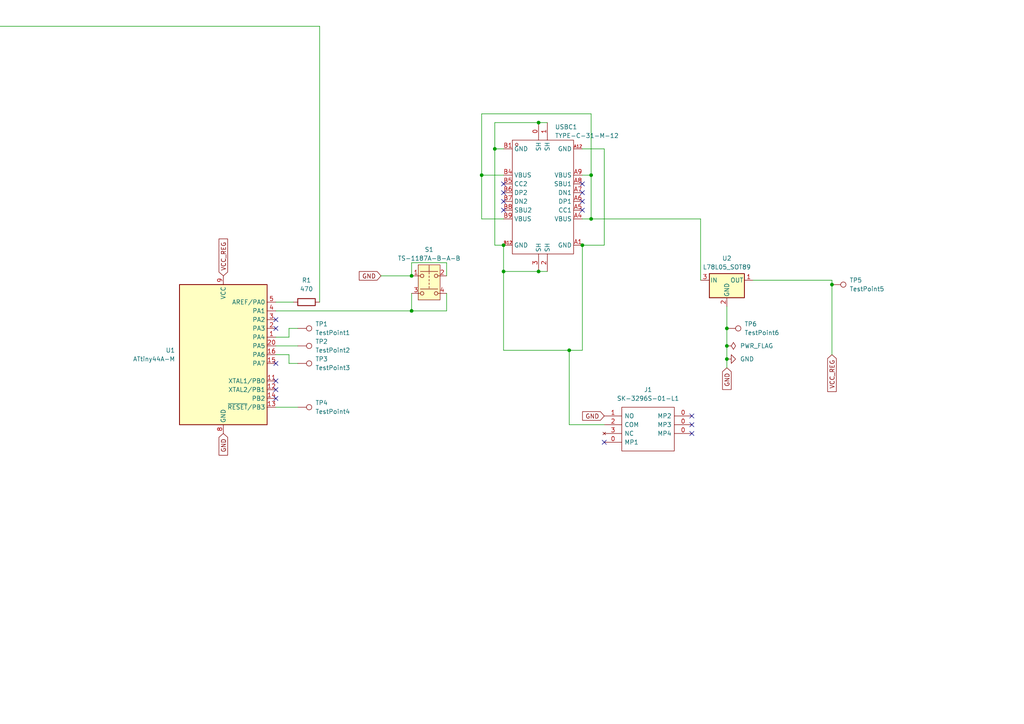
<source format=kicad_sch>
(kicad_sch (version 20231120) (generator "eeschema") (generator_version "8.0")
  (paper "A4")
  (lib_symbols
    (symbol "Connector:TestPoint" (pin_numbers hide) (pin_names (offset 0.762) hide)
      (property "Reference" "TP" (at 0 6.858 0))
      (property "Value" "TestPoint" (at 0 5.08 0))
      (symbol "TestPoint_0_1"
        (circle (center 0 3.302) (radius 0.762))
      )
      (symbol "TestPoint_1_1"
        (pin passive line (at 0 0 90) (length 2.54) (name "1") (number "1"))
      )
    )
    (symbol "Device:R" (pin_numbers hide) (pin_names (offset 0))
      (property "Reference" "R" (at 2.032 0 90))
      (property "Value" "R" (at 0 0 90))
      (symbol "R_0_1"
        (rectangle (start -1.016 -2.54) (end 1.016 2.54) (stroke (width 0.254)))
      )
      (symbol "R_1_1"
        (pin passive line (at 0 3.81 270) (length 1.27) (name "~") (number "1"))
        (pin passive line (at 0 -3.81 90) (length 1.27) (name "~") (number "2"))
      )
    )
    (symbol "MCU_Microchip_ATtiny:ATtiny44A-M"
      (property "Reference" "U" (at -12.7 21.59 0))
      (property "Value" "ATtiny44A-M" (at 2.54 -21.59 0))
      (symbol "ATtiny44A-M_0_1"
        (rectangle (start -12.7 -20.32) (end 12.7 20.32) (stroke (width 0.254)) (fill (type background)))
      )
      (symbol "ATtiny44A-M_1_1"
        (pin bidirectional line (at 15.24 5.08 180) (length 2.54) (name "PA4") (number "1"))
        (pin no_connect line (at -12.7 -10.16 0) (length 2.54) hide (name "NC") (number "10"))
        (pin bidirectional line (at 15.24 -7.62 180) (length 2.54) (name "XTAL1/PB0") (number "11"))
        (pin bidirectional line (at 15.24 -10.16 180) (length 2.54) (name "XTAL2/PB1") (number "12"))
        (pin bidirectional line (at 15.24 -15.24 180) (length 2.54) (name "~{RESET}/PB3") (number "13"))
        (pin bidirectional line (at 15.24 -12.7 180) (length 2.54) (name "PB2") (number "14"))
        (pin bidirectional line (at 15.24 -2.54 180) (length 2.54) (name "PA7") (number "15"))
        (pin bidirectional line (at 15.24 0 180) (length 2.54) (name "PA6") (number "16"))
        (pin no_connect line (at -12.7 -12.7 0) (length 2.54) hide (name "NC") (number "17"))
        (pin no_connect line (at -12.7 -15.24 0) (length 2.54) hide (name "NC") (number "18"))
        (pin no_connect line (at -12.7 -17.78 0) (length 2.54) hide (name "NC") (number "19"))
        (pin bidirectional line (at 15.24 7.62 180) (length 2.54) (name "PA3") (number "2"))
        (pin bidirectional line (at 15.24 2.54 180) (length 2.54) (name "PA5") (number "20"))
        (pin passive line (at 0 -22.86 90) (length 2.54) hide (name "GND") (number "21"))
        (pin bidirectional line (at 15.24 10.16 180) (length 2.54) (name "PA2") (number "3"))
        (pin bidirectional line (at 15.24 12.7 180) (length 2.54) (name "PA1") (number "4"))
        (pin bidirectional line (at 15.24 15.24 180) (length 2.54) (name "AREF/PA0") (number "5"))
        (pin no_connect line (at -12.7 -5.08 0) (length 2.54) hide (name "NC") (number "6"))
        (pin no_connect line (at -12.7 -7.62 0) (length 2.54) hide (name "NC") (number "7"))
        (pin power_in line (at 0 -22.86 90) (length 2.54) (name "GND") (number "8"))
        (pin power_in line (at 0 22.86 270) (length 2.54) (name "VCC") (number "9"))
      )
    )
    (symbol "New_Library:SK-3296S-01-L1" (pin_names (offset 0.762))
      (property "Reference" "J1" (at 12.7 7.62 0))
      (property "Value" "SK-3296S-01-L1" (at 12.7 5.08 0))
      (symbol "SK-3296S-01-L1_0_0"
        (pin passive line (at 0 0 0) (length 5.08) (name "NO") (number "1"))
        (pin passive line (at 0 -2.54 0) (length 5.08) (name "COM") (number "2"))
        (pin no_connect line (at 0 -5.08 0) (length 5.08) (name "NC") (number "3"))
      )
      (symbol "SK-3296S-01-L1_0_1"
        (polyline (pts (xy 5.08 2.54) (xy 20.32 2.54) (xy 20.32 -10.16) (xy 5.08 -10.16) (xy 5.08 2.54)) (stroke (width 0.1524)))
      )
      (symbol "SK-3296S-01-L1_1_0"
        (pin passive line (at 0 -7.62 0) (length 5.08) (name "MP1") (number "0"))
        (pin passive line (at 25.4 0 180) (length 5.08) (name "MP2") (number "0"))
        (pin passive line (at 25.4 -2.54 180) (length 5.08) (name "MP3") (number "0"))
        (pin passive line (at 25.4 -5.08 180) (length 5.08) (name "MP4") (number "0"))
      )
    )
    (symbol "Regulator_Linear:L78L05_SOT89" (pin_names (offset 0.254))
      (property "Reference" "U" (at -3.81 3.175 0))
      (property "Value" "L78L05_SOT89" (at -0.635 3.175 0))
      (symbol "L78L05_SOT89_0_1"
        (rectangle (start -5.08 1.905) (end 5.08 -5.08) (stroke (width 0.254)) (fill (type background)))
      )
      (symbol "L78L05_SOT89_1_1"
        (pin power_out line (at 7.62 0 180) (length 2.54) (name "OUT") (number "1"))
        (pin power_in line (at 0 -7.62 90) (length 2.54) (name "GND") (number "2"))
        (pin power_in line (at -7.62 0 0) (length 2.54) (name "IN") (number "3"))
      )
    )
    (symbol "Switch:SW_Push_Dual" (pin_names (offset 1.016) hide)
      (property "Reference" "SW" (at 0 7.62 0))
      (property "Value" "SW_Push_Dual" (at 0 -6.35 0))
      (symbol "SW_Push_Dual_0_1"
        (circle (center -2.032 -2.54) (radius 0.508))
        (circle (center -2.032 2.54) (radius 0.508))
        (polyline (pts (xy 0 -0.508) (xy 0 -1.016)))
        (polyline (pts (xy 0 0.508) (xy 0 0)))
        (polyline (pts (xy 0 1.016) (xy 0 1.524)))
        (polyline (pts (xy 0 2.032) (xy 0 2.54)))
        (polyline (pts (xy 0 3.048) (xy 0 3.556)))
        (polyline (pts (xy 0 3.81) (xy 0 5.588)))
        (polyline (pts (xy 2.54 -1.27) (xy -2.54 -1.27)))
        (polyline (pts (xy 2.54 3.81) (xy -2.54 3.81)))
        (circle (center 2.032 -2.54) (radius 0.508))
        (circle (center 2.032 2.54) (radius 0.508))
        (pin passive line (at -5.08 2.54 0) (length 2.54) (name "1") (number "1"))
        (pin passive line (at 5.08 2.54 180) (length 2.54) (name "2") (number "2"))
        (pin passive line (at -5.08 -2.54 0) (length 2.54) (name "3") (number "3"))
        (pin passive line (at 5.08 -2.54 180) (length 2.54) (name "4") (number "4"))
      )
      (symbol "SW_Push_Dual_1_1"
        (rectangle (start -3.175 5.715) (end 3.175 -4.445) (fill (type background)))
      )
    )
    (symbol "lih:SK6805-EC15"
      (property "Reference" "LED" (at 24.13 7.62 0))
      (property "Value" "SK6805-EC15" (at 24.13 5.08 0))
      (symbol "SK6805-EC15_1_1"
        (rectangle (start 5.08 2.54) (end 22.86 -5.08) (stroke (width 0.254)) (fill (type background)))
        (pin passive line (at 0 -2.54 0) (length 5.08) (name "DIN") (number "1"))
        (pin passive line (at 27.94 -2.54 180) (length 5.08) (name "VDD") (number "2"))
        (pin passive line (at 27.94 0 180) (length 5.08) (name "DOUT") (number "3"))
        (pin passive line (at 0 0 0) (length 5.08) (name "GND") (number "4"))
      )
    )
    (symbol "power:GND" (power) (pin_names (offset 0))
      (property "Value" "GND" (at 0 -3.81 0))
      (symbol "GND_0_1"
        (polyline (pts (xy 0 0) (xy 0 -1.27) (xy 1.27 -1.27) (xy 0 -2.54) (xy -1.27 -1.27) (xy 0 -1.27)))
      )
      (symbol "GND_1_1"
        (pin power_in line (at 0 0 270) (length 0) hide (name "GND") (number "1"))
      )
    )
    (symbol "power:PWR_FLAG" (power) (pin_numbers hide) (pin_names (offset 0) hide)
      (property "Value" "PWR_FLAG" (at 0 3.81 0))
      (symbol "PWR_FLAG_0_0"
        (pin power_out line (at 0 0 90) (length 0) (name "pwr") (number "1"))
      )
      (symbol "PWR_FLAG_0_1"
        (polyline (pts (xy 0 0) (xy 0 1.27) (xy -1.016 1.905) (xy 0 2.54) (xy 1.016 1.905) (xy 0 1.27)))
      )
    )
    (symbol "usb_c_symbol:TYPE-C-31-M-12"
      (property "Reference" "USBC" (at 0 0 0))
      (symbol "TYPE-C-31-M-12_1_0"
        (rectangle (start -8.89 -16.51) (end 8.89 16.51))
        (circle (center -7.62 15.24) (radius 0.381))
        (pin unspecified line (at -1.27 21.59 270) (length 5.08) (name "SH") (number "0"))
        (pin unspecified line (at 1.27 21.59 270) (length 5.08) (name "SH") (number "1"))
        (pin unspecified line (at 1.27 -21.59 90) (length 5.08) (name "SH") (number "2"))
        (pin unspecified line (at -1.27 -21.59 90) (length 5.08) (name "SH") (number "3"))
        (pin unspecified line (at 11.43 -13.97 180) (length 2.54) (name "GND") (number "A1"))
        (pin unspecified line (at 11.43 13.97 180) (length 2.54) (name "GND") (number "A12"))
        (pin unspecified line (at 11.43 -6.35 180) (length 2.54) (name "VBUS") (number "A4"))
        (pin unspecified line (at 11.43 -3.81 180) (length 2.54) (name "CC1") (number "A5"))
        (pin unspecified line (at 11.43 -1.27 180) (length 2.54) (name "DP1") (number "A6"))
        (pin unspecified line (at 11.43 1.27 180) (length 2.54) (name "DN1") (number "A7"))
        (pin unspecified line (at 11.43 3.81 180) (length 2.54) (name "SBU1") (number "A8"))
        (pin unspecified line (at 11.43 6.35 180) (length 2.54) (name "VBUS") (number "A9"))
        (pin unspecified line (at -11.43 13.97 0) (length 2.54) (name "GND") (number "B1"))
        (pin unspecified line (at -11.43 -13.97 0) (length 2.54) (name "GND") (number "B12"))
        (pin unspecified line (at -11.43 6.35 0) (length 2.54) (name "VBUS") (number "B4"))
        (pin unspecified line (at -11.43 3.81 0) (length 2.54) (name "CC2") (number "B5"))
        (pin unspecified line (at -11.43 1.27 0) (length 2.54) (name "DP2") (number "B6"))
        (pin unspecified line (at -11.43 -1.27 0) (length 2.54) (name "DN2") (number "B7"))
        (pin unspecified line (at -11.43 -3.81 0) (length 2.54) (name "SBU2") (number "B8"))
        (pin unspecified line (at -11.43 -6.35 0) (length 2.54) (name "VBUS") (number "B9"))
      )
    )
  )
  (junction (at 135.89 -25.4))
  (junction (at 119.38 90.17))
  (junction (at 210.82 95.25))
  (junction (at 43.18 -48.26))
  (junction (at 163.83 -11.43))
  (junction (at 224.79 -35.56))
  (junction (at 143.51 43.18))
  (junction (at 255.27 -35.56))
  (junction (at 139.7 50.8))
  (junction (at 171.45 50.8))
  (junction (at 162.56 -35.56))
  (junction (at 101.6 -35.56))
  (junction (at 156.21 78.74))
  (junction (at 156.21 35.56))
  (junction (at 105.41 -25.4))
  (junction (at 73.66 -25.4))
  (junction (at 165.1 101.6))
  (junction (at 101.6 -11.43))
  (junction (at 168.91 71.12))
  (junction (at 73.66 -48.26))
  (junction (at 224.79 -11.43))
  (junction (at 133.35 -11.43))
  (junction (at 227.33 -48.26))
  (junction (at 210.82 100.33))
  (junction (at 171.45 63.5))
  (junction (at 210.82 104.14))
  (junction (at 146.05 71.12))
  (junction (at 241.3 82.55))
  (junction (at 43.18 -25.4))
  (junction (at 146.05 78.74))
  (junction (at 71.12 -11.43))
  (junction (at 71.12 -35.56))
  (junction (at 134.62 -48.26))
  (junction (at 166.37 -48.26))
  (junction (at 194.31 -35.56))
  (junction (at 194.31 -11.43))
  (junction (at 104.14 -48.26))
  (junction (at 119.38 80.01))
  (junction (at 132.08 -35.56))
  (junction (at 166.37 -25.4))
  (junction (at 196.85 -48.26))
  (no_connect (at 175.26 128.27))
  (no_connect (at 168.91 53.34))
  (no_connect (at 80.01 105.41))
  (no_connect (at 168.91 60.96))
  (no_connect (at 224.79 -20.32))
  (no_connect (at 168.91 55.88))
  (no_connect (at 146.05 60.96))
  (no_connect (at 80.01 95.25))
  (no_connect (at 200.66 120.65))
  (no_connect (at 168.91 58.42))
  (no_connect (at 80.01 113.03))
  (no_connect (at 146.05 55.88))
  (no_connect (at 200.66 123.19))
  (no_connect (at 80.01 110.49))
  (no_connect (at 146.05 53.34))
  (no_connect (at 80.01 115.57))
  (no_connect (at 146.05 58.42))
  (no_connect (at 80.01 92.71))
  (no_connect (at 200.66 125.73))
  (wire (pts (xy 166.37 -25.4) (xy 135.89 -25.4)))
  (wire (pts (xy 285.75 -35.56) (xy 285.75 -40.64)))
  (wire (pts (xy 104.14 -48.26) (xy 134.62 -48.26)))
  (wire (pts (xy 224.79 -35.56) (xy 224.79 -40.64)))
  (wire (pts (xy 196.85 -48.26) (xy 196.85 -43.18)))
  (wire (pts (xy 71.12 -35.56) (xy 39.37 -35.56)))
  (wire (pts (xy -2.54 -40.64) (xy 11.43 -40.64)))
  (wire (pts (xy 163.83 -11.43) (xy 194.31 -11.43)))
  (wire (pts (xy 175.26 71.12) (xy 168.91 71.12)))
  (wire (pts (xy 143.51 35.56) (xy 143.51 43.18)))
  (wire (pts (xy 101.6 -35.56) (xy 71.12 -35.56)))
  (wire (pts (xy 171.45 63.5) (xy 168.91 63.5)))
  (wire (pts (xy 72.39 -20.32) (xy 72.39 -17.78)))
  (wire (pts (xy 119.38 76.2) (xy 119.38 80.01)))
  (wire (pts (xy 132.08 -35.56) (xy 101.6 -35.56)))
  (wire (pts (xy 146.05 101.6) (xy 146.05 78.74)))
  (wire (pts (xy 165.1 -17.78) (xy 166.37 -17.78)))
  (wire (pts (xy 3.81 -29.21) (xy 300.99 -29.21)))
  (wire (pts (xy 86.36 118.11) (xy 80.01 118.11)))
  (wire (pts (xy 139.7 50.8) (xy 139.7 33.02)))
  (wire (pts (xy 162.56 -35.56) (xy 132.08 -35.56)))
  (wire (pts (xy 41.91 -43.18) (xy 41.91 -40.64)))
  (wire (pts (xy 102.87 -40.64) (xy 104.14 -40.64)))
  (wire (pts (xy 146.05 78.74) (xy 146.05 71.12)))
  (wire (pts (xy 40.64 -17.78) (xy 43.18 -17.78)))
  (wire (pts (xy 72.39 -40.64) (xy 73.66 -40.64)))
  (wire (pts (xy 134.62 -20.32) (xy 134.62 -17.78)))
  (wire (pts (xy 43.18 -48.26) (xy 73.66 -48.26)))
  (wire (pts (xy 92.71 7.62) (xy 92.71 87.63)))
  (wire (pts (xy 80.01 87.63) (xy 85.09 87.63)))
  (wire (pts (xy 194.31 -35.56) (xy 194.31 -40.64)))
  (wire (pts (xy 43.18 -20.32) (xy 43.18 -25.4)))
  (wire (pts (xy 255.27 -35.56) (xy 224.79 -35.56)))
  (wire (pts (xy 195.58 -17.78) (xy 196.85 -17.78)))
  (wire (pts (xy 71.12 -11.43) (xy 39.37 -11.43)))
  (wire (pts (xy 73.66 -48.26) (xy 73.66 -43.18)))
  (wire (pts (xy 134.62 -48.26) (xy 166.37 -48.26)))
  (wire (pts (xy 146.05 101.6) (xy 165.1 101.6)))
  (wire (pts (xy 80.01 100.33) (xy 86.36 100.33)))
  (wire (pts (xy 43.18 -48.26) (xy 43.18 -43.18)))
  (wire (pts (xy 257.81 -48.26) (xy 257.81 -43.18)))
  (wire (pts (xy 71.12 -20.32) (xy 72.39 -20.32)))
  (wire (pts (xy 101.6 -35.56) (xy 101.6 -40.64)))
  (wire (pts (xy 162.56 -43.18) (xy 165.1 -43.18)))
  (wire (pts (xy 165.1 -20.32) (xy 165.1 -17.78)))
  (wire (pts (xy 129.54 76.2) (xy 129.54 80.01)))
  (wire (pts (xy 71.12 -17.78) (xy 71.12 -11.43)))
  (wire (pts (xy 101.6 -11.43) (xy 133.35 -11.43)))
  (wire (pts (xy 163.83 -20.32) (xy 165.1 -20.32)))
  (wire (pts (xy 165.1 -43.18) (xy 165.1 -40.64)))
  (wire (pts (xy 101.6 -20.32) (xy 102.87 -20.32)))
  (wire (pts (xy -2.54 7.62) (xy 92.71 7.62)))
  (wire (pts (xy 102.87 -20.32) (xy 102.87 -17.78)))
  (wire (pts (xy 156.21 35.56) (xy 158.75 35.56)))
  (wire (pts (xy 119.38 85.09) (xy 119.38 90.17)))
  (wire (pts (xy 255.27 -35.56) (xy 255.27 -40.64)))
  (wire (pts (xy 146.05 63.5) (xy 139.7 63.5)))
  (wire (pts (xy 175.26 43.18) (xy 175.26 71.12)))
  (wire (pts (xy 110.49 80.01) (xy 119.38 80.01)))
  (wire (pts (xy 300.99 -43.18) (xy 300.99 -29.21)))
  (wire (pts (xy 86.36 105.41) (xy 83.82 105.41)))
  (wire (pts (xy 210.82 95.25) (xy 210.82 100.33)))
  (wire (pts (xy 168.91 101.6) (xy 165.1 101.6)))
  (wire (pts (xy 256.54 -43.18) (xy 256.54 -40.64)))
  (wire (pts (xy 135.89 -25.4) (xy 105.41 -25.4)))
  (wire (pts (xy 285.75 -35.56) (xy 255.27 -35.56)))
  (wire (pts (xy 146.05 78.74) (xy 156.21 78.74)))
  (wire (pts (xy 3.81 -29.21) (xy 3.81 -17.78)))
  (wire (pts (xy 168.91 43.18) (xy 175.26 43.18)))
  (wire (pts (xy 226.06 -40.64) (xy 227.33 -40.64)))
  (wire (pts (xy 133.35 -40.64) (xy 134.62 -40.64)))
  (wire (pts (xy 224.79 -43.18) (xy 226.06 -43.18)))
  (wire (pts (xy 196.85 -48.26) (xy 227.33 -48.26)))
  (wire (pts (xy 83.82 102.87) (xy 80.01 102.87)))
  (wire (pts (xy 168.91 50.8) (xy 171.45 50.8)))
  (wire (pts (xy 210.82 100.33) (xy 210.82 104.14)))
  (wire (pts (xy 73.66 -20.32) (xy 73.66 -25.4)))
  (wire (pts (xy 105.41 -25.4) (xy 73.66 -25.4)))
  (wire (pts (xy 134.62 -17.78) (xy 135.89 -17.78)))
  (wire (pts (xy 139.7 33.02) (xy 171.45 33.02)))
  (wire (pts (xy 194.31 -11.43) (xy 224.79 -11.43)))
  (wire (pts (xy 241.3 82.55) (xy 241.3 102.87)))
  (wire (pts (xy 129.54 85.09) (xy 129.54 90.17)))
  (wire (pts (xy 135.89 -20.32) (xy 135.89 -25.4)))
  (wire (pts (xy 194.31 -43.18) (xy 195.58 -43.18)))
  (wire (pts (xy 11.43 -48.26) (xy 11.43 -43.18)))
  (wire (pts (xy 241.3 81.28) (xy 218.44 81.28)))
  (wire (pts (xy 134.62 -48.26) (xy 134.62 -43.18)))
  (wire (pts (xy 195.58 -40.64) (xy 196.85 -40.64)))
  (wire (pts (xy 73.66 -25.4) (xy 43.18 -25.4)))
  (wire (pts (xy 39.37 -35.56) (xy 39.37 -40.64)))
  (wire (pts (xy 224.79 -11.43) (xy 224.79 -17.78)))
  (wire (pts (xy 39.37 -43.18) (xy 41.91 -43.18)))
  (wire (pts (xy 196.85 -20.32) (xy 196.85 -25.4)))
  (wire (pts (xy 86.36 95.25) (xy 83.82 95.25)))
  (wire (pts (xy 162.56 -35.56) (xy 162.56 -40.64)))
  (wire (pts (xy 71.12 -35.56) (xy 71.12 -40.64)))
  (wire (pts (xy 80.01 90.17) (xy 119.38 90.17)))
  (wire (pts (xy 133.35 -43.18) (xy 133.35 -40.64)))
  (wire (pts (xy 102.87 -43.18) (xy 102.87 -40.64)))
  (wire (pts (xy 203.2 81.28) (xy 203.2 63.5)))
  (wire (pts (xy 72.39 -43.18) (xy 72.39 -40.64)))
  (wire (pts (xy 194.31 -20.32) (xy 195.58 -20.32)))
  (wire (pts (xy 132.08 -35.56) (xy 132.08 -40.64)))
  (wire (pts (xy 11.43 -25.4) (xy 43.18 -25.4)))
  (wire (pts (xy 119.38 76.2) (xy 129.54 76.2)))
  (wire (pts (xy 227.33 -48.26) (xy 257.81 -48.26)))
  (wire (pts (xy 163.83 -11.43) (xy 163.83 -17.78)))
  (wire (pts (xy 227.33 -48.26) (xy 227.33 -43.18)))
  (wire (pts (xy 133.35 -11.43) (xy 133.35 -17.78)))
  (wire (pts (xy 132.08 -43.18) (xy 133.35 -43.18)))
  (wire (pts (xy 195.58 -20.32) (xy 195.58 -17.78)))
  (wire (pts (xy 256.54 -40.64) (xy 257.81 -40.64)))
  (wire (pts (xy 171.45 33.02) (xy 171.45 50.8)))
  (wire (pts (xy 166.37 -48.26) (xy 166.37 -43.18)))
  (wire (pts (xy 83.82 97.79) (xy 80.01 97.79)))
  (wire (pts (xy 39.37 -11.43) (xy 39.37 -17.78)))
  (wire (pts (xy 83.82 105.41) (xy 83.82 102.87)))
  (wire (pts (xy 11.43 -48.26) (xy 43.18 -48.26)))
  (wire (pts (xy 255.27 -43.18) (xy 256.54 -43.18)))
  (wire (pts (xy 139.7 63.5) (xy 139.7 50.8)))
  (wire (pts (xy 41.91 -40.64) (xy 43.18 -40.64)))
  (wire (pts (xy 156.21 35.56) (xy 143.51 35.56)))
  (wire (pts (xy 166.37 -48.26) (xy 196.85 -48.26)))
  (wire (pts (xy 72.39 -17.78) (xy 73.66 -17.78)))
  (wire (pts (xy 171.45 50.8) (xy 171.45 63.5)))
  (wire (pts (xy 104.14 -48.26) (xy 104.14 -43.18)))
  (wire (pts (xy 11.43 -25.4) (xy 11.43 -20.32)))
  (wire (pts (xy 146.05 43.18) (xy 143.51 43.18)))
  (wire (pts (xy 168.91 71.12) (xy 168.91 101.6)))
  (wire (pts (xy 83.82 95.25) (xy 83.82 97.79)))
  (wire (pts (xy 129.54 90.17) (xy 119.38 90.17)))
  (wire (pts (xy 71.12 -43.18) (xy 72.39 -43.18)))
  (wire (pts (xy 165.1 -40.64) (xy 166.37 -40.64)))
  (wire (pts (xy 156.21 78.74) (xy 158.75 78.74)))
  (wire (pts (xy 101.6 -11.43) (xy 101.6 -17.78)))
  (wire (pts (xy 210.82 95.25) (xy 210.82 88.9)))
  (wire (pts (xy 226.06 -43.18) (xy 226.06 -40.64)))
  (wire (pts (xy 166.37 -20.32) (xy 166.37 -25.4)))
  (wire (pts (xy 143.51 71.12) (xy 146.05 71.12)))
  (wire (pts (xy 165.1 123.19) (xy 175.26 123.19)))
  (wire (pts (xy 73.66 -48.26) (xy 104.14 -48.26)))
  (wire (pts (xy 165.1 101.6) (xy 165.1 123.19)))
  (wire (pts (xy 285.75 -43.18) (xy 300.99 -43.18)))
  (wire (pts (xy 133.35 -11.43) (xy 163.83 -11.43)))
  (wire (pts (xy 241.3 82.55) (xy 241.3 81.28)))
  (wire (pts (xy 3.81 -17.78) (xy 11.43 -17.78)))
  (wire (pts (xy 224.79 -11.43) (xy 285.75 -11.43)))
  (wire (pts (xy 194.31 -11.43) (xy 194.31 -17.78)))
  (wire (pts (xy 105.41 -20.32) (xy 105.41 -25.4)))
  (wire (pts (xy 224.79 -35.56) (xy 194.31 -35.56)))
  (wire (pts (xy -2.54 7.62) (xy -2.54 -40.64)))
  (wire (pts (xy 210.82 104.14) (xy 210.82 106.68)))
  (wire (pts (xy 39.37 -20.32) (xy 40.64 -20.32)))
  (wire (pts (xy 71.12 -11.43) (xy 101.6 -11.43)))
  (wire (pts (xy 133.35 -20.32) (xy 134.62 -20.32)))
  (wire (pts (xy 101.6 -43.18) (xy 102.87 -43.18)))
  (wire (pts (xy 194.31 -35.56) (xy 162.56 -35.56)))
  (wire (pts (xy 102.87 -17.78) (xy 105.41 -17.78)))
  (wire (pts (xy 146.05 50.8) (xy 139.7 50.8)))
  (wire (pts (xy 196.85 -25.4) (xy 166.37 -25.4)))
  (wire (pts (xy 203.2 63.5) (xy 171.45 63.5)))
  (wire (pts (xy 143.51 43.18) (xy 143.51 71.12)))
  (wire (pts (xy 40.64 -20.32) (xy 40.64 -17.78)))
  (wire (pts (xy 195.58 -43.18) (xy 195.58 -40.64)))
  (global_label "VCC_REG" (shape input) (at 285.75 -35.56 0) (property "Intersheetrefs" "${INTERSHEET_REFS}" (effects (hide yes))))
  (global_label "GND" (shape input) (at 64.77 125.73 270) (property "Intersheetrefs" "${INTERSHEET_REFS}" (effects (hide yes))))
  (global_label "GND" (shape input) (at 110.49 80.01 180) (property "Intersheetrefs" "${INTERSHEET_REFS}" (effects (hide yes))))
  (global_label "GND" (shape input) (at 175.26 120.65 180) (property "Intersheetrefs" "${INTERSHEET_REFS}" (effects (hide yes))))
  (global_label "GND" (shape input) (at 210.82 106.68 270) (property "Intersheetrefs" "${INTERSHEET_REFS}" (effects (hide yes))))
  (global_label "VCC_REG" (shape input) (at 241.3 102.87 270) (property "Intersheetrefs" "${INTERSHEET_REFS}" (effects (hide yes))))
  (global_label "GND" (shape input) (at 11.43 -25.4 180) (property "Intersheetrefs" "${INTERSHEET_REFS}" (effects (hide yes))))
  (global_label "GND" (shape input) (at 11.43 -48.26 180) (property "Intersheetrefs" "${INTERSHEET_REFS}" (effects (hide yes))))
  (global_label "VCC_REG" (shape input) (at 64.77 80.01 90) (property "Intersheetrefs" "${INTERSHEET_REFS}" (effects (hide yes))))
  (global_label "VCC_REG" (shape input) (at 285.75 -11.43 0) (property "Intersheetrefs" "${INTERSHEET_REFS}" (effects (hide yes))))
  (symbol (lib_id "Connector:TestPoint") (at 86.36 95.25 270) (unit 1)
    (property "Reference" "TP1" (at 91.44 93.98 90) (effects (justify left)))
    (property "Value" "TestPoint1" (at 91.44 96.52 90) (effects (justify left)))
    (property "Footprint" "TestPoint:TestPoint_Pad_D1.5mm" (effects (hide yes)))
  )
  (symbol (lib_id "lih:SK6805-EC15") (at 227.33 -43.18 0) (unit 1)
    (property "Reference" "D8" (at 241.3 -50.8 0))
    (property "Value" "SK6805" (at 241.3 -48.26 0))
    (property "Footprint" "LED_SMD:LED_SK6812_EC15_1.5x1.5mm" (effects (hide yes)))
    (property "Datasheet" "http://www.normandled.com/upload/202003/SK6805-EC15%20LED%20Datasheet.pdf" (effects (hide yes)))
    (property "Height" "0.75" (effects (hide yes)))
    (property "Manufacturer_Name" "Shenzhen Normand Electronic" (effects (hide yes)))
    (property "Manufacturer_Part_Number" "SK6805-EC15" (effects (hide yes)))
  )
  (symbol (lib_id "Connector:TestPoint") (at 210.82 95.25 270) (unit 1)
    (property "Reference" "TP6" (at 215.9 93.9799 90) (effects (justify left)))
    (property "Value" "TestPoint6" (at 215.9 96.5199 90) (effects (justify left)))
    (property "Footprint" "TestPoint:TestPoint_Pad_D1.5mm" (effects (hide yes)))
  )
  (symbol (lib_id "lih:SK6805-EC15") (at 105.41 -20.32 0) (unit 1)
    (property "Reference" "D13" (at 119.38 -27.94 0))
    (property "Value" "SK6805" (at 119.38 -25.4 0))
    (property "Footprint" "LED_SMD:LED_SK6812_EC15_1.5x1.5mm" (effects (hide yes)))
    (property "Datasheet" "http://www.normandled.com/upload/202003/SK6805-EC15%20LED%20Datasheet.pdf" (effects (hide yes)))
    (property "Height" "0.75" (effects (hide yes)))
    (property "Manufacturer_Name" "Shenzhen Normand Electronic" (effects (hide yes)))
    (property "Manufacturer_Part_Number" "SK6805-EC15" (effects (hide yes)))
  )
  (symbol (lib_id "lih:SK6805-EC15") (at 73.66 -43.18 0) (unit 1)
    (property "Reference" "D3" (at 87.63 -50.8 0))
    (property "Value" "SK6805" (at 87.63 -48.26 0))
    (property "Footprint" "LED_SMD:LED_SK6812_EC15_1.5x1.5mm" (effects (hide yes)))
    (property "Datasheet" "http://www.normandled.com/upload/202003/SK6805-EC15%20LED%20Datasheet.pdf" (effects (hide yes)))
    (property "Height" "0.75" (effects (hide yes)))
    (property "Manufacturer_Name" "Shenzhen Normand Electronic" (effects (hide yes)))
    (property "Manufacturer_Part_Number" "SK6805-EC15" (effects (hide yes)))
  )
  (symbol (lib_id "Switch:SW_Push_Dual") (at 124.46 82.55 0) (unit 1)
    (property "Reference" "S1" (at 124.46 72.39 0))
    (property "Value" "TS-1187A-B-A-B" (at 124.46 74.93 0))
    (property "Footprint" "pushbutton:SW-SMD_4P-L5.1-W5.1-P3.70-LS6.5-TL_H1.5" (effects (hide yes)))
    (property "Description" "Push button switch, generic, symbol, four pins" (effects (hide yes)))
    (property "Height" "4.05" (effects (hide yes)))
    (property "Manufacturer_Name" "XKB Connectivity" (effects (hide yes)))
    (property "Manufacturer_Part_Number" "TS-1187A-B-A-B" (effects (hide yes)))
    (property "LCSC Part #" "C412370" (effects (hide yes)))
  )
  (symbol (lib_id "MCU_Microchip_ATtiny:ATtiny44A-M") (at 64.77 102.87 0) (unit 1)
    (property "Reference" "U1" (at 50.8 101.6 0) (effects (justify right)))
    (property "Value" "ATtiny44A-M" (at 50.8 104.14 0) (effects (justify right)))
    (property "Footprint" "Package_DFN_QFN:QFN-20-1EP_4x4mm_P0.5mm_EP2.5x2.5mm_ThermalVias" (effects (hide yes)))
    (property "Datasheet" "http://ww1.microchip.com/downloads/en/DeviceDoc/doc8183.pdf" (effects (hide yes)))
  )
  (symbol (lib_id "power:GND") (at 210.82 104.14 90) (unit 1)
    (property "Reference" "#PWR01" (effects (hide yes)))
    (property "Value" "GND" (at 214.63 104.1399 90) (effects (justify right)))
  )
  (symbol (lib_id "Connector:TestPoint") (at 86.36 105.41 270) (unit 1)
    (property "Reference" "TP3" (at 91.44 104.14 90) (effects (justify left)))
    (property "Value" "TestPoint3" (at 91.44 106.68 90) (effects (justify left)))
    (property "Footprint" "TestPoint:TestPoint_Pad_D1.5mm" (effects (hide yes)))
  )
  (symbol (lib_id "power:PWR_FLAG") (at 210.82 100.33 270) (unit 1)
    (property "Reference" "#FLG03" (effects (hide yes)))
    (property "Value" "PWR_FLAG" (at 214.63 100.3299 90) (effects (justify left)))
  )
  (symbol (lib_id "lih:SK6805-EC15") (at 166.37 -43.18 0) (unit 1)
    (property "Reference" "D6" (at 180.34 -50.8 0))
    (property "Value" "SK6805" (at 180.34 -48.26 0))
    (property "Footprint" "LED_SMD:LED_SK6812_EC15_1.5x1.5mm" (effects (hide yes)))
    (property "Datasheet" "http://www.normandled.com/upload/202003/SK6805-EC15%20LED%20Datasheet.pdf" (effects (hide yes)))
    (property "Height" "0.75" (effects (hide yes)))
    (property "Manufacturer_Name" "Shenzhen Normand Electronic" (effects (hide yes)))
    (property "Manufacturer_Part_Number" "SK6805-EC15" (effects (hide yes)))
  )
  (symbol (lib_id "lih:SK6805-EC15") (at 196.85 -43.18 0) (unit 1)
    (property "Reference" "D7" (at 210.82 -50.8 0))
    (property "Value" "SK6805" (at 210.82 -48.26 0))
    (property "Footprint" "LED_SMD:LED_SK6812_EC15_1.5x1.5mm" (effects (hide yes)))
    (property "Datasheet" "http://www.normandled.com/upload/202003/SK6805-EC15%20LED%20Datasheet.pdf" (effects (hide yes)))
    (property "Height" "0.75" (effects (hide yes)))
    (property "Manufacturer_Name" "Shenzhen Normand Electronic" (effects (hide yes)))
    (property "Manufacturer_Part_Number" "SK6805-EC15" (effects (hide yes)))
  )
  (symbol (lib_id "lih:SK6805-EC15") (at 134.62 -43.18 0) (unit 1)
    (property "Reference" "D5" (at 148.59 -50.8 0))
    (property "Value" "SK6805" (at 148.59 -48.26 0))
    (property "Footprint" "LED_SMD:LED_SK6812_EC15_1.5x1.5mm" (effects (hide yes)))
    (property "Datasheet" "http://www.normandled.com/upload/202003/SK6805-EC15%20LED%20Datasheet.pdf" (effects (hide yes)))
    (property "Height" "0.75" (effects (hide yes)))
    (property "Manufacturer_Name" "Shenzhen Normand Electronic" (effects (hide yes)))
    (property "Manufacturer_Part_Number" "SK6805-EC15" (effects (hide yes)))
  )
  (symbol (lib_id "lih:SK6805-EC15") (at 43.18 -20.32 0) (unit 1)
    (property "Reference" "D11" (at 57.15 -27.94 0))
    (property "Value" "SK6805" (at 57.15 -25.4 0))
    (property "Footprint" "LED_SMD:LED_SK6812_EC15_1.5x1.5mm" (effects (hide yes)))
    (property "Datasheet" "http://www.normandled.com/upload/202003/SK6805-EC15%20LED%20Datasheet.pdf" (effects (hide yes)))
    (property "Height" "0.75" (effects (hide yes)))
    (property "Manufacturer_Name" "Shenzhen Normand Electronic" (effects (hide yes)))
    (property "Manufacturer_Part_Number" "SK6805-EC15" (effects (hide yes)))
  )
  (symbol (lib_id "lih:SK6805-EC15") (at 11.43 -20.32 0) (unit 1)
    (property "Reference" "D10" (at 25.4 -27.94 0))
    (property "Value" "SK6805" (at 25.4 -25.4 0))
    (property "Footprint" "LED_SMD:LED_SK6812_EC15_1.5x1.5mm" (effects (hide yes)))
    (property "Datasheet" "http://www.normandled.com/upload/202003/SK6805-EC15%20LED%20Datasheet.pdf" (effects (hide yes)))
    (property "Height" "0.75" (effects (hide yes)))
    (property "Manufacturer_Name" "Shenzhen Normand Electronic" (effects (hide yes)))
    (property "Manufacturer_Part_Number" "SK6805-EC15" (effects (hide yes)))
  )
  (symbol (lib_id "lih:SK6805-EC15") (at 135.89 -20.32 0) (unit 1)
    (property "Reference" "D14" (at 149.86 -27.94 0))
    (property "Value" "SK6805" (at 149.86 -25.4 0))
    (property "Footprint" "LED_SMD:LED_SK6812_EC15_1.5x1.5mm" (effects (hide yes)))
    (property "Datasheet" "http://www.normandled.com/upload/202003/SK6805-EC15%20LED%20Datasheet.pdf" (effects (hide yes)))
    (property "Height" "0.75" (effects (hide yes)))
    (property "Manufacturer_Name" "Shenzhen Normand Electronic" (effects (hide yes)))
    (property "Manufacturer_Part_Number" "SK6805-EC15" (effects (hide yes)))
  )
  (symbol (lib_id "lih:SK6805-EC15") (at 166.37 -20.32 0) (unit 1)
    (property "Reference" "D15" (at 180.34 -27.94 0))
    (property "Value" "SK6805" (at 180.34 -25.4 0))
    (property "Footprint" "LED_SMD:LED_SK6812_EC15_1.5x1.5mm" (effects (hide yes)))
    (property "Datasheet" "http://www.normandled.com/upload/202003/SK6805-EC15%20LED%20Datasheet.pdf" (effects (hide yes)))
    (property "Height" "0.75" (effects (hide yes)))
    (property "Manufacturer_Name" "Shenzhen Normand Electronic" (effects (hide yes)))
    (property "Manufacturer_Part_Number" "SK6805-EC15" (effects (hide yes)))
  )
  (symbol (lib_id "Regulator_Linear:L78L05_SOT89") (at 210.82 81.28 0) (unit 1)
    (property "Reference" "U2" (at 210.82 74.93 0))
    (property "Value" "L78L05_SOT89" (at 210.82 77.47 0))
    (property "Footprint" "Package_TO_SOT_SMD:SOT-89-3" (effects (hide yes)))
    (property "Datasheet" "http://www.st.com/content/ccc/resource/technical/document/datasheet/15/55/e5/aa/23/5b/43/fd/CD00000446.pdf/files/CD00000446.pdf/jcr:content/translations/en.CD00000446.pdf" (effects (hide yes)))
  )
  (symbol (lib_id "Connector:TestPoint") (at 86.36 100.33 270) (unit 1)
    (property "Reference" "TP2" (at 91.44 99.06 90) (effects (justify left)))
    (property "Value" "TestPoint2" (at 91.44 101.6 90) (effects (justify left)))
    (property "Footprint" "TestPoint:TestPoint_Pad_D1.5mm" (effects (hide yes)))
  )
  (symbol (lib_id "lih:SK6805-EC15") (at 104.14 -43.18 0) (unit 1)
    (property "Reference" "D4" (at 118.11 -50.8 0))
    (property "Value" "SK6805" (at 118.11 -48.26 0))
    (property "Footprint" "LED_SMD:LED_SK6812_EC15_1.5x1.5mm" (effects (hide yes)))
    (property "Datasheet" "http://www.normandled.com/upload/202003/SK6805-EC15%20LED%20Datasheet.pdf" (effects (hide yes)))
    (property "Height" "0.75" (effects (hide yes)))
    (property "Manufacturer_Name" "Shenzhen Normand Electronic" (effects (hide yes)))
    (property "Manufacturer_Part_Number" "SK6805-EC15" (effects (hide yes)))
  )
  (symbol (lib_id "lih:SK6805-EC15") (at 43.18 -43.18 0) (unit 1)
    (property "Reference" "D2" (at 57.15 -50.8 0))
    (property "Value" "SK6805" (at 57.15 -48.26 0))
    (property "Footprint" "LED_SMD:LED_SK6812_EC15_1.5x1.5mm" (effects (hide yes)))
    (property "Datasheet" "http://www.normandled.com/upload/202003/SK6805-EC15%20LED%20Datasheet.pdf" (effects (hide yes)))
    (property "Height" "0.75" (effects (hide yes)))
    (property "Manufacturer_Name" "Shenzhen Normand Electronic" (effects (hide yes)))
    (property "Manufacturer_Part_Number" "SK6805-EC15" (effects (hide yes)))
  )
  (symbol (lib_id "lih:SK6805-EC15") (at 11.43 -43.18 0) (unit 1)
    (property "Reference" "D1" (at 25.4 -50.8 0))
    (property "Value" "SK6805" (at 25.4 -48.26 0))
    (property "Footprint" "LED_SMD:LED_SK6812_EC15_1.5x1.5mm" (effects (hide yes)))
    (property "Datasheet" "http://www.normandled.com/upload/202003/SK6805-EC15%20LED%20Datasheet.pdf" (effects (hide yes)))
    (property "Height" "0.75" (effects (hide yes)))
    (property "Manufacturer_Name" "Shenzhen Normand Electronic" (effects (hide yes)))
    (property "Manufacturer_Part_Number" "SK6805-EC15" (effects (hide yes)))
  )
  (symbol (lib_id "lih:SK6805-EC15") (at 196.85 -20.32 0) (unit 1)
    (property "Reference" "D16" (at 210.82 -27.94 0))
    (property "Value" "SK6805" (at 210.82 -25.4 0))
    (property "Footprint" "LED_SMD:LED_SK6812_EC15_1.5x1.5mm" (effects (hide yes)))
    (property "Datasheet" "http://www.normandled.com/upload/202003/SK6805-EC15%20LED%20Datasheet.pdf" (effects (hide yes)))
    (property "Height" "0.75" (effects (hide yes)))
    (property "Manufacturer_Name" "Shenzhen Normand Electronic" (effects (hide yes)))
    (property "Manufacturer_Part_Number" "SK6805-EC15" (effects (hide yes)))
  )
  (symbol (lib_id "Device:R") (at 88.9 87.63 90) (unit 1)
    (property "Reference" "R1" (at 88.9 81.28 90))
    (property "Value" "470" (at 88.9 83.82 90))
    (property "Footprint" "Resistor_SMD:R_0603_1608Metric" (effects (hide yes)))
  )
  (symbol (lib_id "Connector:TestPoint") (at 86.36 118.11 270) (unit 1)
    (property "Reference" "TP4" (at 91.44 116.84 90) (effects (justify left)))
    (property "Value" "TestPoint4" (at 91.44 119.38 90) (effects (justify left)))
    (property "Footprint" "TestPoint:TestPoint_Pad_D1.5mm" (effects (hide yes)))
  )
  (symbol (lib_id "usb_c_symbol:TYPE-C-31-M-12") (at 157.48 57.15 0) (unit 1)
    (property "Reference" "USBC1" (at 160.9441 36.83 0) (effects (justify left)))
    (property "Value" "TYPE-C-31-M-12" (at 160.9441 39.37 0) (effects (justify left)))
    (property "Footprint" "usb_c:USB-C_SMD-TYPE-C-31-M-12" (effects (hide yes)))
    (property "Datasheet" "https://atta.szlcsc.com/upload/public/pdf/source/20220525/466408E853115E789EDB0DDC29077C05.pdf" (effects (hide yes)))
    (property "Description" "Connector Type:Type-C Standard:- Gender:Female Mounting Style:- Number of Contacts:16P Number of Ports:1 Current Rating - Power (Max):5A Operating Temperature Range:- Operating Temperature Range:-" (effects (hide yes)))
    (property "Manufacturer Part" "TYPE-C-31-M-12" (effects (hide yes)))
    (property "Manufacturer" "韩国韩荣" (effects (hide yes)))
    (property "Supplier Part" "C165948" (effects (hide yes)))
    (property "Supplier" "LCSC" (effects (hide yes)))
    (property "LCSC Part Name" "Type-C 母" (effects (hide yes)))
    (property "LCSC Part #" "C165948" (effects (hide yes)))
  )
  (symbol (lib_id "Connector:TestPoint") (at 241.3 82.55 270) (unit 1)
    (property "Reference" "TP5" (at 246.38 81.28 90) (effects (justify left)))
    (property "Value" "TestPoint5" (at 246.38 83.82 90) (effects (justify left)))
    (property "Footprint" "TestPoint:TestPoint_Pad_D1.5mm" (effects (hide yes)))
  )
  (symbol (lib_id "New_Library:SK-3296S-01-L1") (at 175.26 120.65 0) (unit 1)
    (property "Reference" "J1" (at 187.96 113.03 0))
    (property "Value" "SK-3296S-01-L1" (at 187.96 115.57 0))
    (property "Footprint" "ProLib_pcs_2024-11-12:SW-SMD_3P-P1.50_L2.7-W6.6" (effects (hide yes)))
    (property "Datasheet" "https://datasheet.lcsc.com/szlcsc/XKB-SK-3296S-01-L1_C319020.pdf" (effects (hide yes)))
    (property "Description" "Toggle Switches SMD RoHS" (effects (hide yes)))
    (property "Height" "1.4" (effects (hide yes)))
    (property "Manufacturer_Name" "XKB Connectivity" (effects (hide yes)))
    (property "Manufacturer_Part_Number" "SK-3296S-01-L1" (effects (hide yes)))
  )
  (symbol (lib_id "lih:SK6805-EC15") (at 257.81 -43.18 0) (unit 1)
    (property "Reference" "D9" (at 271.78 -50.8 0))
    (property "Value" "SK6805" (at 271.78 -48.26 0))
    (property "Footprint" "LED_SMD:LED_SK6812_EC15_1.5x1.5mm" (effects (hide yes)))
    (property "Datasheet" "http://www.normandled.com/upload/202003/SK6805-EC15%20LED%20Datasheet.pdf" (effects (hide yes)))
    (property "Height" "0.75" (effects (hide yes)))
    (property "Manufacturer_Name" "Shenzhen Normand Electronic" (effects (hide yes)))
    (property "Manufacturer_Part_Number" "SK6805-EC15" (effects (hide yes)))
  )
  (symbol (lib_id "lih:SK6805-EC15") (at 73.66 -20.32 0) (unit 1)
    (property "Reference" "D12" (at 87.63 -27.94 0))
    (property "Value" "SK6805" (at 87.63 -25.4 0))
    (property "Footprint" "LED_SMD:LED_SK6812_EC15_1.5x1.5mm" (effects (hide yes)))
    (property "Datasheet" "http://www.normandled.com/upload/202003/SK6805-EC15%20LED%20Datasheet.pdf" (effects (hide yes)))
    (property "Height" "0.75" (effects (hide yes)))
    (property "Manufacturer_Name" "Shenzhen Normand Electronic" (effects (hide yes)))
    (property "Manufacturer_Part_Number" "SK6805-EC15" (effects (hide yes)))
  )
)
</source>
